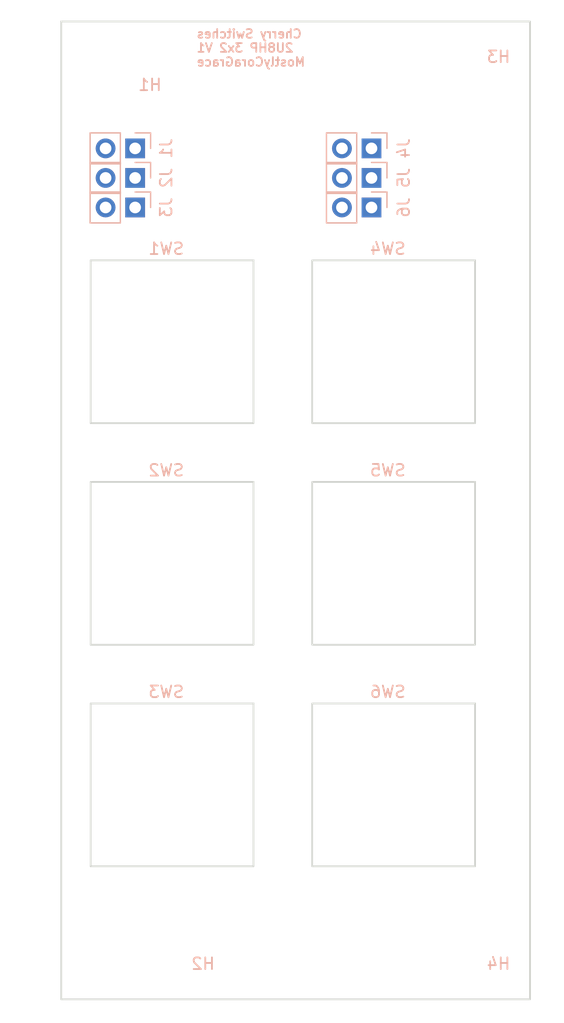
<source format=kicad_pcb>
(kicad_pcb (version 20240108) (generator "pcbnew") (generator_version "8.0")
  (layers (0 "F.Cu" signal) (31 "B.Cu" signal) (34 "B.Paste" user) (35 "F.Paste" user) (36 "B.SilkS" user "B.Silkscreen") (37 "F.SilkS" user "F.Silkscreen") (38 "B.Mask" user) (39 "F.Mask" user) (44 "Edge.Cuts" user))
  (net 0 "")
  (footprint "EXC:SW_Cherry_MX_1.00u_Mount" (layer "B.Cu") (at 9.525 49.0125 180)
    (property "Reference" "SW2" (at 0.5 8 0) (layer "B.SilkS") (effects (justify mirror)))
    (property "Value" "SW_SPST_MOUNT")
    (fp_rect (start -7 7) (end 7 -7) (stroke (width 0.15)) (fill none) (layer "Edge.Cuts"))
  )
  (footprint "Connector_PinSocket_2.54mm:PinSocket_1x02_P2.54mm_Vertical" (layer "B.Cu") (at 6.35 13.335 90)
    (property "Reference" "J1" (at 0 2.667 90) (layer "B.SilkS") (effects (justify mirror)))
    (property "Value" "Conn_01x02_Socket")
    (fp_line (start 1.33 -3.87) (end -1.33 -3.87) (stroke (width 0.12)) (layer "B.SilkS"))
    (fp_line (start 1.33 -3.87) (end 1.33 -1.27) (stroke (width 0.12)) (layer "B.SilkS"))
    (fp_line (start -1.33 -3.87) (end -1.33 -1.27) (stroke (width 0.12)) (layer "B.SilkS"))
    (fp_line (start 1.33 -1.27) (end -1.33 -1.27) (stroke (width 0.12)) (layer "B.SilkS"))
    (fp_line (start 1.33 0) (end 1.33 1.33) (stroke (width 0.12)) (layer "B.SilkS"))
    (fp_line (start 1.33 1.33) (end 0 1.33) (stroke (width 0.12)) (layer "B.SilkS"))
    (pad "1" thru_hole rect (at 0 0 90) (size 1.7 1.7) (drill 1) (layers "*.Cu" "*.Mask"))
    (pad "2" thru_hole oval (at 0 -2.54 90) (size 1.7 1.7) (drill 1) (layers "*.Cu" "*.Mask"))
  )
  (footprint "EXC:MountingHole_3.2mm_M3" (layer "B.Cu") (at 7.62 5.425 180)
    (property "Reference" "H1" (at 0 -2.449 0) (layer "B.SilkS") (effects (justify mirror)))
    (property "Value" "Eurorack_M3_MountingHole")
    (pad "" np_thru_hole oval (at 0 0 180) (size 4.8 3.2) (drill oval 4.8 3.2) (layers "F&B.Cu" "*.Mask"))
  )
  (footprint "EXC:MountingHole_3.2mm_M3" (layer "B.Cu") (at 33.02 5.425 180)
    (property "Reference" "H3" (at -4.572 -0.036 0) (layer "B.SilkS") (effects (justify mirror)))
    (property "Value" "Eurorack_M3_MountingHole")
    (pad "" np_thru_hole oval (at 0 0 180) (size 4.8 3.2) (drill oval 4.8 3.2) (layers "F&B.Cu" "*.Mask"))
  )
  (footprint "EXC:SW_Cherry_MX_1.00u_Mount" (layer "B.Cu") (at 28.575 29.9625 180)
    (property "Reference" "SW4" (at 0.5 8 0) (layer "B.SilkS") (effects (justify mirror)))
    (property "Value" "SW_SPST_MOUNT")
    (fp_rect (start -7 7) (end 7 -7) (stroke (width 0.15)) (fill none) (layer "Edge.Cuts"))
  )
  (footprint "EXC:SW_Cherry_MX_1.00u_Mount" (layer "B.Cu") (at 9.525 68.0625 180)
    (property "Reference" "SW3" (at 0.5 8 0) (layer "B.SilkS") (effects (justify mirror)))
    (property "Value" "SW_SPST_MOUNT")
    (fp_rect (start -7 7) (end 7 -7) (stroke (width 0.15)) (fill none) (layer "Edge.Cuts"))
  )
  (footprint "EXC:SW_Cherry_MX_1.00u_Mount" (layer "B.Cu") (at 28.575 49.0125 180)
    (property "Reference" "SW5" (at 0.5 8 0) (layer "B.SilkS") (effects (justify mirror)))
    (property "Value" "SW_SPST_MOUNT")
    (fp_rect (start -7 7) (end 7 -7) (stroke (width 0.15)) (fill none) (layer "Edge.Cuts"))
  )
  (footprint "EXC:MountingHole_3.2mm_M3" (layer "B.Cu") (at 33.02 83.5 180)
    (property "Reference" "H4" (at -4.572 0.061 0) (layer "B.SilkS") (effects (justify mirror)))
    (property "Value" "Eurorack_M3_MountingHole")
    (pad "" np_thru_hole oval (at 0 0 180) (size 4.8 3.2) (drill oval 4.8 3.2) (layers "F&B.Cu" "*.Mask"))
  )
  (footprint "EXC:SW_Cherry_MX_1.00u_Mount" (layer "B.Cu") (at 9.525 29.9625 180)
    (property "Reference" "SW1" (at 0.5 8 0) (layer "B.SilkS") (effects (justify mirror)))
    (property "Value" "SW_SPST_MOUNT")
    (fp_rect (start -7 7) (end 7 -7) (stroke (width 0.15)) (fill none) (layer "Edge.Cuts"))
  )
  (footprint "EXC:MountingHole_3.2mm_M3" (layer "B.Cu") (at 7.62 83.5 180)
    (property "Reference" "H2" (at -4.572 0.061 0) (layer "B.SilkS") (effects (justify mirror)))
    (property "Value" "Eurorack_M3_MountingHole")
    (pad "" np_thru_hole oval (at 0 0 180) (size 4.8 3.2) (drill oval 4.8 3.2) (layers "F&B.Cu" "*.Mask"))
  )
  (footprint "Connector_PinSocket_2.54mm:PinSocket_1x02_P2.54mm_Vertical" (layer "B.Cu") (at 26.67 18.415 90)
    (property "Reference" "J6" (at 0 2.77 90) (layer "B.SilkS") (effects (justify mirror)))
    (property "Value" "Conn_01x02_Socket")
    (fp_line (start 1.33 -3.87) (end -1.33 -3.87) (stroke (width 0.12)) (layer "B.SilkS"))
    (fp_line (start 1.33 -3.87) (end 1.33 -1.27) (stroke (width 0.12)) (layer "B.SilkS"))
    (fp_line (start -1.33 -3.87) (end -1.33 -1.27) (stroke (width 0.12)) (layer "B.SilkS"))
    (fp_line (start 1.33 -1.27) (end -1.33 -1.27) (stroke (width 0.12)) (layer "B.SilkS"))
    (fp_line (start 1.33 0) (end 1.33 1.33) (stroke (width 0.12)) (layer "B.SilkS"))
    (fp_line (start 1.33 1.33) (end 0 1.33) (stroke (width 0.12)) (layer "B.SilkS"))
    (pad "1" thru_hole rect (at 0 0 90) (size 1.7 1.7) (drill 1) (layers "*.Cu" "*.Mask"))
    (pad "2" thru_hole oval (at 0 -2.54 90) (size 1.7 1.7) (drill 1) (layers "*.Cu" "*.Mask"))
  )
  (footprint "Connector_PinSocket_2.54mm:PinSocket_1x02_P2.54mm_Vertical" (layer "B.Cu") (at 26.67 15.875 90)
    (property "Reference" "J5" (at 0 2.77 90) (layer "B.SilkS") (effects (justify mirror)))
    (property "Value" "Conn_01x02_Socket")
    (fp_line (start 1.33 -3.87) (end -1.33 -3.87) (stroke (width 0.12)) (layer "B.SilkS"))
    (fp_line (start 1.33 -3.87) (end 1.33 -1.27) (stroke (width 0.12)) (layer "B.SilkS"))
    (fp_line (start -1.33 -3.87) (end -1.33 -1.27) (stroke (width 0.12)) (layer "B.SilkS"))
    (fp_line (start 1.33 -1.27) (end -1.33 -1.27) (stroke (width 0.12)) (layer "B.SilkS"))
    (fp_line (start 1.33 0) (end 1.33 1.33) (stroke (width 0.12)) (layer "B.SilkS"))
    (fp_line (start 1.33 1.33) (end 0 1.33) (stroke (width 0.12)) (layer "B.SilkS"))
    (pad "1" thru_hole rect (at 0 0 90) (size 1.7 1.7) (drill 1) (layers "*.Cu" "*.Mask"))
    (pad "2" thru_hole oval (at 0 -2.54 90) (size 1.7 1.7) (drill 1) (layers "*.Cu" "*.Mask"))
  )
  (footprint "EXC:SW_Cherry_MX_1.00u_Mount" (layer "B.Cu") (at 28.575 68.0625 180)
    (property "Reference" "SW6" (at 0.5 8 0) (layer "B.SilkS") (effects (justify mirror)))
    (property "Value" "SW_SPST_MOUNT")
    (fp_rect (start -7 7) (end 7 -7) (stroke (width 0.15)) (fill none) (layer "Edge.Cuts"))
  )
  (footprint "Connector_PinSocket_2.54mm:PinSocket_1x02_P2.54mm_Vertical" (layer "B.Cu") (at 6.35 15.875 90)
    (property "Reference" "J2" (at 0 2.667 90) (layer "B.SilkS") (effects (justify mirror)))
    (property "Value" "Conn_01x02_Socket")
    (fp_line (start 1.33 -3.87) (end -1.33 -3.87) (stroke (width 0.12)) (layer "B.SilkS"))
    (fp_line (start 1.33 -3.87) (end 1.33 -1.27) (stroke (width 0.12)) (layer "B.SilkS"))
    (fp_line (start -1.33 -3.87) (end -1.33 -1.27) (stroke (width 0.12)) (layer "B.SilkS"))
    (fp_line (start 1.33 -1.27) (end -1.33 -1.27) (stroke (width 0.12)) (layer "B.SilkS"))
    (fp_line (start 1.33 0) (end 1.33 1.33) (stroke (width 0.12)) (layer "B.SilkS"))
    (fp_line (start 1.33 1.33) (end 0 1.33) (stroke (width 0.12)) (layer "B.SilkS"))
    (pad "1" thru_hole rect (at 0 0 90) (size 1.7 1.7) (drill 1) (layers "*.Cu" "*.Mask"))
    (pad "2" thru_hole oval (at 0 -2.54 90) (size 1.7 1.7) (drill 1) (layers "*.Cu" "*.Mask"))
  )
  (footprint "Connector_PinSocket_2.54mm:PinSocket_1x02_P2.54mm_Vertical" (layer "B.Cu") (at 6.35 18.415 90)
    (property "Reference" "J3" (at 0 2.667 90) (layer "B.SilkS") (effects (justify mirror)))
    (property "Value" "Conn_01x02_Socket")
    (fp_line (start 1.33 -3.87) (end -1.33 -3.87) (stroke (width 0.12)) (layer "B.SilkS"))
    (fp_line (start 1.33 -3.87) (end 1.33 -1.27) (stroke (width 0.12)) (layer "B.SilkS"))
    (fp_line (start -1.33 -3.87) (end -1.33 -1.27) (stroke (width 0.12)) (layer "B.SilkS"))
    (fp_line (start 1.33 -1.27) (end -1.33 -1.27) (stroke (width 0.12)) (layer "B.SilkS"))
    (fp_line (start 1.33 0) (end 1.33 1.33) (stroke (width 0.12)) (layer "B.SilkS"))
    (fp_line (start 1.33 1.33) (end 0 1.33) (stroke (width 0.12)) (layer "B.SilkS"))
    (pad "1" thru_hole rect (at 0 0 90) (size 1.7 1.7) (drill 1) (layers "*.Cu" "*.Mask"))
    (pad "2" thru_hole oval (at 0 -2.54 90) (size 1.7 1.7) (drill 1) (layers "*.Cu" "*.Mask"))
  )
  (footprint "Connector_PinSocket_2.54mm:PinSocket_1x02_P2.54mm_Vertical" (layer "B.Cu") (at 26.67 13.335 90)
    (property "Reference" "J4" (at 0 2.77 90) (layer "B.SilkS") (effects (justify mirror)))
    (property "Value" "Conn_01x02_Socket")
    (fp_line (start 1.33 -3.87) (end -1.33 -3.87) (stroke (width 0.12)) (layer "B.SilkS"))
    (fp_line (start 1.33 -3.87) (end 1.33 -1.27) (stroke (width 0.12)) (layer "B.SilkS"))
    (fp_line (start -1.33 -3.87) (end -1.33 -1.27) (stroke (width 0.12)) (layer "B.SilkS"))
    (fp_line (start 1.33 -1.27) (end -1.33 -1.27) (stroke (width 0.12)) (layer "B.SilkS"))
    (fp_line (start 1.33 0) (end 1.33 1.33) (stroke (width 0.12)) (layer "B.SilkS"))
    (fp_line (start 1.33 1.33) (end 0 1.33) (stroke (width 0.12)) (layer "B.SilkS"))
    (pad "1" thru_hole rect (at 0 0 90) (size 1.7 1.7) (drill 1) (layers "*.Cu" "*.Mask"))
    (pad "2" thru_hole oval (at 0 -2.54 90) (size 1.7 1.7) (drill 1) (layers "*.Cu" "*.Mask"))
  )
  (gr_rect (start 0 2.425) (end 40.3 86.5) (stroke (width 0.15)) (fill none) (layer "Edge.Cuts"))
  (gr_text "Cherry Switches\n2U8HP 3x2 V1\nMostlyCoraGrace" (at 11.557 3.048 0) (layer "B.SilkS") (effects (font (size 0.75 0.75) (thickness 0.15) (bold yes)) (justify right top mirror)))
)
</source>
